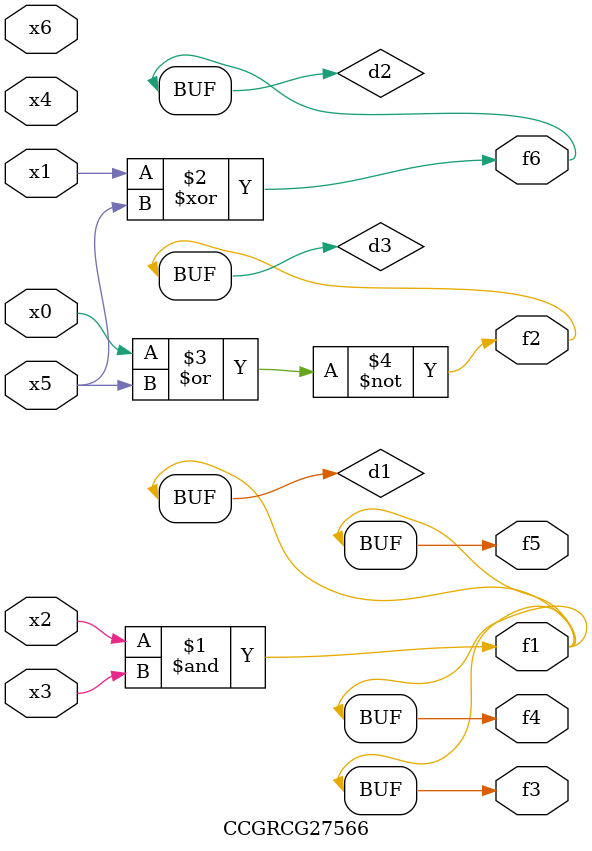
<source format=v>
module CCGRCG27566(
	input x0, x1, x2, x3, x4, x5, x6,
	output f1, f2, f3, f4, f5, f6
);

	wire d1, d2, d3;

	and (d1, x2, x3);
	xor (d2, x1, x5);
	nor (d3, x0, x5);
	assign f1 = d1;
	assign f2 = d3;
	assign f3 = d1;
	assign f4 = d1;
	assign f5 = d1;
	assign f6 = d2;
endmodule

</source>
